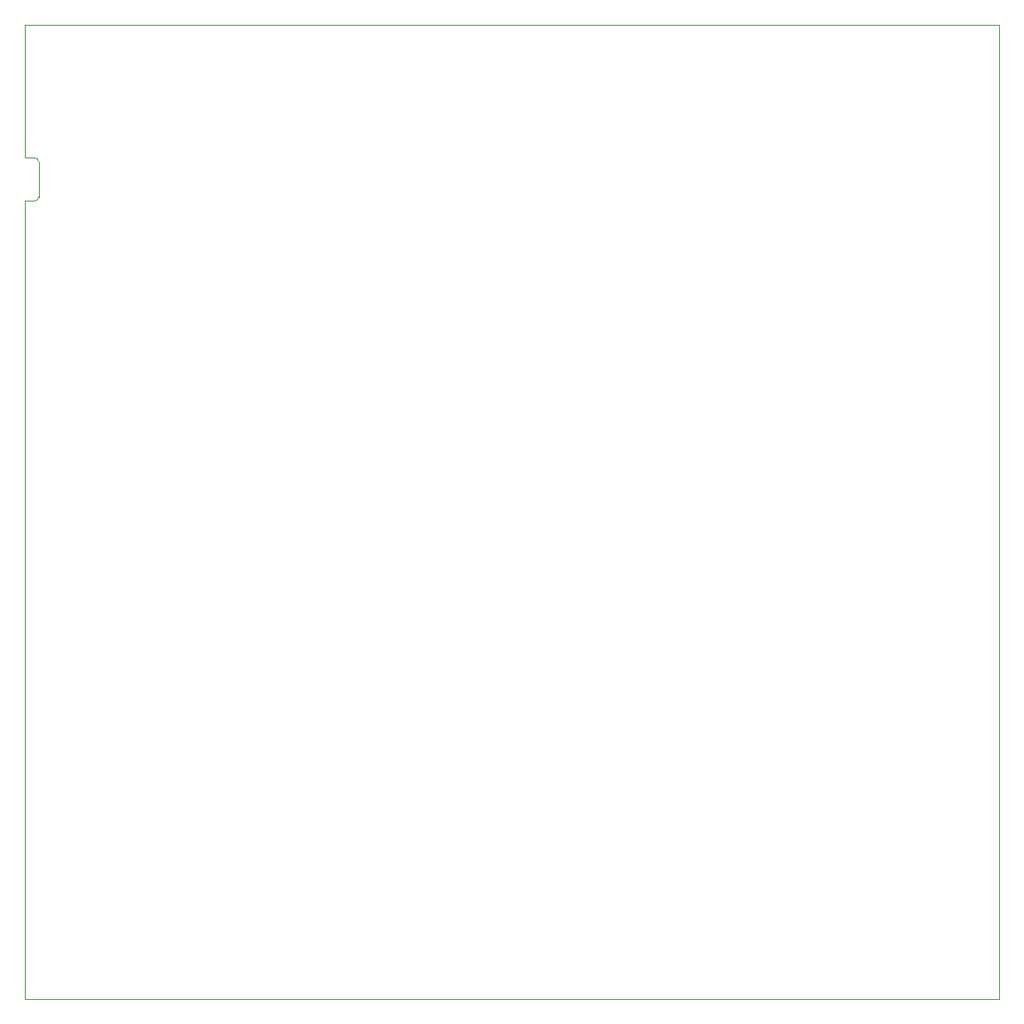
<source format=gbr>
%TF.GenerationSoftware,KiCad,Pcbnew,7.0.10-7.0.10~ubuntu22.04.1*%
%TF.CreationDate,2024-01-08T13:23:45+01:00*%
%TF.ProjectId,reparaturhelfer,72657061-7261-4747-9572-68656c666572,rev?*%
%TF.SameCoordinates,Original*%
%TF.FileFunction,Profile,NP*%
%FSLAX46Y46*%
G04 Gerber Fmt 4.6, Leading zero omitted, Abs format (unit mm)*
G04 Created by KiCad (PCBNEW 7.0.10-7.0.10~ubuntu22.04.1) date 2024-01-08 13:23:45*
%MOMM*%
%LPD*%
G01*
G04 APERTURE LIST*
%TA.AperFunction,Profile*%
%ADD10C,0.100000*%
%TD*%
%TA.AperFunction,Profile*%
%ADD11C,0.120000*%
%TD*%
G04 APERTURE END LIST*
D10*
X80000000Y-59300000D02*
X80000000Y-50000000D01*
X80000000Y-149500000D02*
X80000000Y-72300000D01*
X179500000Y-149500000D02*
X80000000Y-149500000D01*
X179500000Y-50000000D02*
X179500000Y-149500000D01*
X80000000Y-50000000D02*
X179500000Y-50000000D01*
D11*
%TO.C,J206*%
X81000000Y-63600000D02*
X80000000Y-63600000D01*
X80000000Y-63600000D02*
X80000000Y-59300000D01*
X81400000Y-67600000D02*
X81400000Y-64000000D01*
X81000000Y-68000000D02*
X80000000Y-68000000D01*
X80000000Y-68000000D02*
X80000000Y-72300000D01*
X81400000Y-64000000D02*
G75*
G03*
X81000000Y-63600000I-400001J-1D01*
G01*
X81000000Y-68000000D02*
G75*
G03*
X81400000Y-67600000I0J400000D01*
G01*
%TD*%
M02*

</source>
